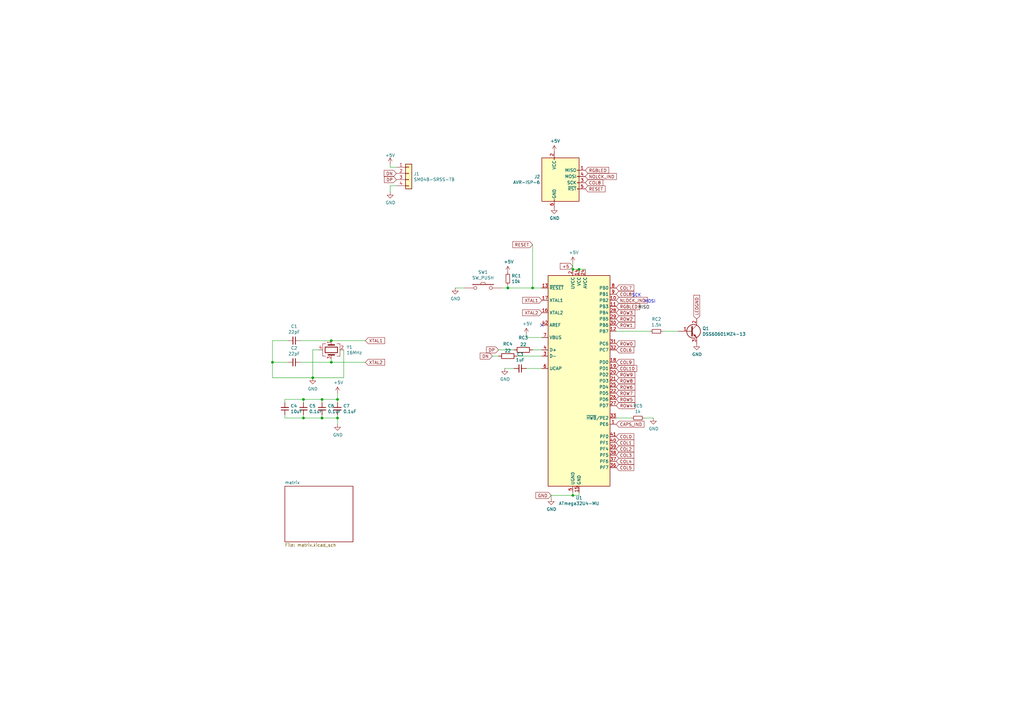
<source format=kicad_sch>
(kicad_sch (version 20211123) (generator eeschema)
  (paper "A3")
  (lib_symbols
    (symbol "Connector:AVR-ISP-6" (pin_names (offset 1.016))
      (property "Reference" "J" (at -6.35 11.43 0))
      (property "Value" "AVR-ISP-6" (at 0 11.43 0))
      (symbol "AVR-ISP-6_0_1"
        (rectangle (start -2.667 -6.858) (end -2.413 -7.62))
        (rectangle (start -2.667 10.16) (end -2.413 9.398))
        (rectangle (start 7.62 -2.413) (end 6.858 -2.667))
        (rectangle (start 7.62 0.127) (end 6.858 -0.127))
        (rectangle (start 7.62 2.667) (end 6.858 2.413))
        (rectangle (start 7.62 5.207) (end 6.858 4.953))
        (rectangle (start 7.62 10.16) (end -7.62 -7.62) (stroke (width 0.254)) (fill (type background)))
      )
      (symbol "AVR-ISP-6_1_1"
        (pin passive line (at 10.16 5.08 180) (length 2.54) (name "MISO") (number "1"))
        (pin passive line (at -2.54 12.7 270) (length 2.54) (name "VCC") (number "2"))
        (pin passive line (at 10.16 0 180) (length 2.54) (name "SCK") (number "3"))
        (pin passive line (at 10.16 2.54 180) (length 2.54) (name "MOSI") (number "4"))
        (pin passive line (at 10.16 -2.54 180) (length 2.54) (name "~{RST}") (number "5"))
        (pin passive line (at -2.54 -10.16 90) (length 2.54) (name "GND") (number "6"))
      )
    )
    (symbol "Connector_Generic:Conn_01x04" (pin_names (offset 1.016) hide)
      (property "Reference" "J" (at 0 5.08 0))
      (property "Value" "Conn_01x04" (at 0 -7.62 0))
      (symbol "Conn_01x04_1_1"
        (rectangle (start -1.27 -4.953) (end 0 -5.207) (stroke (width 0.1524)))
        (rectangle (start -1.27 -2.413) (end 0 -2.667) (stroke (width 0.1524)))
        (rectangle (start -1.27 0.127) (end 0 -0.127) (stroke (width 0.1524)))
        (rectangle (start -1.27 2.667) (end 0 2.413) (stroke (width 0.1524)))
        (rectangle (start -1.27 3.81) (end 1.27 -6.35) (stroke (width 0.254)) (fill (type background)))
        (pin passive line (at -5.08 2.54 0) (length 3.81) (name "Pin_1") (number "1"))
        (pin passive line (at -5.08 0 0) (length 3.81) (name "Pin_2") (number "2"))
        (pin passive line (at -5.08 -2.54 0) (length 3.81) (name "Pin_3") (number "3"))
        (pin passive line (at -5.08 -5.08 0) (length 3.81) (name "Pin_4") (number "4"))
      )
    )
    (symbol "Device:C_Small" (pin_numbers hide) (pin_names (offset 0.254) hide)
      (property "Reference" "C" (at 0.254 1.778 0))
      (property "Value" "C_Small" (at 0.254 -2.032 0))
      (symbol "C_Small_0_1"
        (polyline (pts (xy -1.524 -0.508) (xy 1.524 -0.508)) (stroke (width 0.3302)))
        (polyline (pts (xy -1.524 0.508) (xy 1.524 0.508)) (stroke (width 0.3048)))
      )
      (symbol "C_Small_1_1"
        (pin passive line (at 0 2.54 270) (length 2.032) (name "~") (number "1"))
        (pin passive line (at 0 -2.54 90) (length 2.032) (name "~") (number "2"))
      )
    )
    (symbol "Device:Crystal_GND24" (pin_names (offset 1.016) hide)
      (property "Reference" "Y" (at 3.175 5.08 0))
      (property "Value" "Crystal_GND24" (at 3.175 3.175 0))
      (symbol "Crystal_GND24_0_1"
        (rectangle (start -1.143 2.54) (end 1.143 -2.54) (stroke (width 0.3048)))
        (polyline (pts (xy -2.54 0) (xy -2.032 0)))
        (polyline (pts (xy -2.032 -1.27) (xy -2.032 1.27)) (stroke (width 0.508)))
        (polyline (pts (xy 0 -3.81) (xy 0 -3.556)))
        (polyline (pts (xy 0 3.556) (xy 0 3.81)))
        (polyline (pts (xy 2.032 -1.27) (xy 2.032 1.27)) (stroke (width 0.508)))
        (polyline (pts (xy 2.032 0) (xy 2.54 0)))
        (polyline (pts (xy -2.54 -2.286) (xy -2.54 -3.556) (xy 2.54 -3.556) (xy 2.54 -2.286)))
        (polyline (pts (xy -2.54 2.286) (xy -2.54 3.556) (xy 2.54 3.556) (xy 2.54 2.286)))
      )
      (symbol "Crystal_GND24_1_1"
        (pin passive line (at -3.81 0 0) (length 1.27) (name "1") (number "1"))
        (pin passive line (at 0 5.08 270) (length 1.27) (name "2") (number "2"))
        (pin passive line (at 3.81 0 180) (length 1.27) (name "3") (number "3"))
        (pin passive line (at 0 -5.08 90) (length 1.27) (name "4") (number "4"))
      )
    )
    (symbol "Device:Q_NPN_BCE" (pin_names (offset 0) hide)
      (property "Reference" "Q" (at 5.08 1.27 0))
      (property "Value" "Q_NPN_BCE" (at 5.08 -1.27 0))
      (symbol "Q_NPN_BCE_0_1"
        (polyline (pts (xy 0.635 0.635) (xy 2.54 2.54)))
        (polyline (pts (xy 0.635 -0.635) (xy 2.54 -2.54) (xy 2.54 -2.54)))
        (polyline (pts (xy 0.635 1.905) (xy 0.635 -1.905) (xy 0.635 -1.905)) (stroke (width 0.508)))
        (polyline (pts (xy 1.27 -1.778) (xy 1.778 -1.27) (xy 2.286 -2.286) (xy 1.27 -1.778) (xy 1.27 -1.778)) (fill (type outline)))
        (circle (center 1.27 0) (radius 2.8194) (stroke (width 0.254)))
      )
      (symbol "Q_NPN_BCE_1_1"
        (pin input line (at -5.08 0 0) (length 5.715) (name "B") (number "1"))
        (pin passive line (at 2.54 5.08 270) (length 2.54) (name "C") (number "2"))
        (pin passive line (at 2.54 -5.08 90) (length 2.54) (name "E") (number "3"))
      )
    )
    (symbol "Device:R" (pin_numbers hide) (pin_names (offset 0))
      (property "Reference" "R" (at 2.032 0 90))
      (property "Value" "R" (at 0 0 90))
      (symbol "R_0_1"
        (rectangle (start -1.016 -2.54) (end 1.016 2.54) (stroke (width 0.254)))
      )
      (symbol "R_1_1"
        (pin passive line (at 0 3.81 270) (length 1.27) (name "~") (number "1"))
        (pin passive line (at 0 -3.81 90) (length 1.27) (name "~") (number "2"))
      )
    )
    (symbol "Device:R_Small" (pin_numbers hide) (pin_names (offset 0.254) hide)
      (property "Reference" "R" (at 0.762 0.508 0))
      (property "Value" "R_Small" (at 0.762 -1.016 0))
      (symbol "R_Small_0_1"
        (rectangle (start -0.762 1.778) (end 0.762 -1.778) (stroke (width 0.2032)))
      )
      (symbol "R_Small_1_1"
        (pin passive line (at 0 2.54 270) (length 0.762) (name "~") (number "1"))
        (pin passive line (at 0 -2.54 90) (length 0.762) (name "~") (number "2"))
      )
    )
    (symbol "Keyboard_Parts:SW_PUSH" (pin_numbers hide) (pin_names (offset 1.016) hide)
      (property "Reference" "SW" (at 3.81 2.794 0))
      (property "Value" "Keyboard_Parts_SW_PUSH" (at 0 -2.032 0))
      (symbol "SW_PUSH_0_1"
        (rectangle (start -4.318 1.27) (end 4.318 1.524))
        (polyline (pts (xy -1.016 1.524) (xy -0.762 2.286) (xy 0.762 2.286) (xy 1.016 1.524)))
        (pin passive inverted (at -7.62 0 0) (length 5.08) (name "1") (number "1"))
        (pin passive inverted (at 7.62 0 180) (length 5.08) (name "2") (number "2"))
      )
    )
    (symbol "MCU_Microchip_ATmega:ATmega32U4-MU"
      (property "Reference" "U" (at -12.7 44.45 0))
      (property "Value" "MCU_Microchip_ATmega_ATmega32U4-MU" (at 2.54 -44.45 0))
      (symbol "ATmega32U4-MU_0_1"
        (rectangle (start -12.7 -43.18) (end 12.7 43.18) (stroke (width 0.254)) (fill (type background)))
      )
      (symbol "ATmega32U4-MU_1_1"
        (pin bidirectional line (at 15.24 -17.78 180) (length 2.54) (name "PE6") (number "1"))
        (pin bidirectional line (at 15.24 33.02 180) (length 2.54) (name "PB2") (number "10"))
        (pin bidirectional line (at 15.24 30.48 180) (length 2.54) (name "PB3") (number "11"))
        (pin bidirectional line (at 15.24 20.32 180) (length 2.54) (name "PB7") (number "12"))
        (pin input line (at -15.24 38.1 0) (length 2.54) (name "~{RESET}") (number "13"))
        (pin power_in line (at 0 45.72 270) (length 2.54) (name "VCC") (number "14"))
        (pin power_in line (at 0 -45.72 90) (length 2.54) (name "GND") (number "15"))
        (pin output line (at -15.24 27.94 0) (length 2.54) (name "XTAL2") (number "16"))
        (pin input line (at -15.24 33.02 0) (length 2.54) (name "XTAL1") (number "17"))
        (pin bidirectional line (at 15.24 7.62 180) (length 2.54) (name "PD0") (number "18"))
        (pin bidirectional line (at 15.24 5.08 180) (length 2.54) (name "PD1") (number "19"))
        (pin power_in line (at -2.54 45.72 270) (length 2.54) (name "UVCC") (number "2"))
        (pin bidirectional line (at 15.24 2.54 180) (length 2.54) (name "PD2") (number "20"))
        (pin bidirectional line (at 15.24 0 180) (length 2.54) (name "PD3") (number "21"))
        (pin bidirectional line (at 15.24 -5.08 180) (length 2.54) (name "PD5") (number "22"))
        (pin passive line (at 0 -45.72 90) (length 2.54) hide (name "GND") (number "23"))
        (pin power_in line (at 2.54 45.72 270) (length 2.54) (name "AVCC") (number "24"))
        (pin bidirectional line (at 15.24 -2.54 180) (length 2.54) (name "PD4") (number "25"))
        (pin bidirectional line (at 15.24 -7.62 180) (length 2.54) (name "PD6") (number "26"))
        (pin bidirectional line (at 15.24 -10.16 180) (length 2.54) (name "PD7") (number "27"))
        (pin bidirectional line (at 15.24 27.94 180) (length 2.54) (name "PB4") (number "28"))
        (pin bidirectional line (at 15.24 25.4 180) (length 2.54) (name "PB5") (number "29"))
        (pin bidirectional line (at -15.24 10.16 0) (length 2.54) (name "D-") (number "3"))
        (pin bidirectional line (at 15.24 22.86 180) (length 2.54) (name "PB6") (number "30"))
        (pin bidirectional line (at 15.24 15.24 180) (length 2.54) (name "PC6") (number "31"))
        (pin bidirectional line (at 15.24 12.7 180) (length 2.54) (name "PC7") (number "32"))
        (pin bidirectional line (at 15.24 -15.24 180) (length 2.54) (name "~{HWB}/PE2") (number "33"))
        (pin passive line (at 0 45.72 270) (length 2.54) hide (name "VCC") (number "34"))
        (pin passive line (at 0 -45.72 90) (length 2.54) hide (name "GND") (number "35"))
        (pin bidirectional line (at 15.24 -35.56 180) (length 2.54) (name "PF7") (number "36"))
        (pin bidirectional line (at 15.24 -33.02 180) (length 2.54) (name "PF6") (number "37"))
        (pin bidirectional line (at 15.24 -30.48 180) (length 2.54) (name "PF5") (number "38"))
        (pin bidirectional line (at 15.24 -27.94 180) (length 2.54) (name "PF4") (number "39"))
        (pin bidirectional line (at -15.24 12.7 0) (length 2.54) (name "D+") (number "4"))
        (pin bidirectional line (at 15.24 -25.4 180) (length 2.54) (name "PF1") (number "40"))
        (pin bidirectional line (at 15.24 -22.86 180) (length 2.54) (name "PF0") (number "41"))
        (pin passive line (at -15.24 22.86 0) (length 2.54) (name "AREF") (number "42"))
        (pin passive line (at 0 -45.72 90) (length 2.54) hide (name "GND") (number "43"))
        (pin passive line (at 2.54 45.72 270) (length 2.54) hide (name "AVCC") (number "44"))
        (pin passive line (at 0 -45.72 90) (length 2.54) hide (name "GND") (number "45"))
        (pin passive line (at -2.54 -45.72 90) (length 2.54) (name "UGND") (number "5"))
        (pin passive line (at -15.24 5.08 0) (length 2.54) (name "UCAP") (number "6"))
        (pin input line (at -15.24 17.78 0) (length 2.54) (name "VBUS") (number "7"))
        (pin bidirectional line (at 15.24 38.1 180) (length 2.54) (name "PB0") (number "8"))
        (pin bidirectional line (at 15.24 35.56 180) (length 2.54) (name "PB1") (number "9"))
      )
    )
    (symbol "power:+5V" (power) (pin_names (offset 0))
      (property "Value" "+5V" (at 0 3.556 0))
      (symbol "+5V_0_1"
        (polyline (pts (xy -0.762 1.27) (xy 0 2.54)))
        (polyline (pts (xy 0 0) (xy 0 2.54)))
        (polyline (pts (xy 0 2.54) (xy 0.762 1.27)))
      )
      (symbol "+5V_1_1"
        (pin power_in line (at 0 0 90) (length 0) hide (name "+5V") (number "1"))
      )
    )
    (symbol "power:GND" (power) (pin_names (offset 0))
      (property "Value" "GND" (at 0 -3.81 0))
      (symbol "GND_0_1"
        (polyline (pts (xy 0 0) (xy 0 -1.27) (xy 1.27 -1.27) (xy 0 -2.54) (xy -1.27 -1.27) (xy 0 -1.27)))
      )
      (symbol "GND_1_1"
        (pin power_in line (at 0 0 270) (length 0) hide (name "GND") (number "1"))
      )
    )
  )
  (junction (at 234.95 110.49))
  (junction (at 132.08 171.45))
  (junction (at 218.44 118.11))
  (junction (at 138.43 163.83))
  (junction (at 132.08 163.83))
  (junction (at 237.49 110.49))
  (junction (at 111.76 148.59))
  (junction (at 128.27 154.94))
  (junction (at 208.28 118.11))
  (junction (at 234.95 203.2))
  (junction (at 124.46 171.45))
  (junction (at 135.89 148.59))
  (junction (at 135.89 139.7))
  (junction (at 124.46 163.83))
  (junction (at 138.43 171.45))
  (no_connect (at 222.25 133.35))
  (wire (pts (xy 160.02 68.58) (xy 160.02 67.31)))
  (wire (pts (xy 135.89 148.59) (xy 149.86 148.59)))
  (wire (pts (xy 138.43 165.1) (xy 138.43 163.83)))
  (wire (pts (xy 130.81 143.51) (xy 128.27 143.51)))
  (wire (pts (xy 135.89 148.59) (xy 123.19 148.59)))
  (wire (pts (xy 124.46 170.18) (xy 124.46 171.45)))
  (wire (pts (xy 218.44 100.33) (xy 218.44 118.11)))
  (wire (pts (xy 132.08 165.1) (xy 132.08 163.83)))
  (wire (pts (xy 128.27 154.94) (xy 140.97 154.94)))
  (wire (pts (xy 234.95 201.93) (xy 234.95 203.2)))
  (wire (pts (xy 264.16 171.45) (xy 267.97 171.45)))
  (wire (pts (xy 222.25 151.13) (xy 215.9 151.13)))
  (wire (pts (xy 138.43 171.45) (xy 138.43 170.18)))
  (wire (pts (xy 124.46 171.45) (xy 132.08 171.45)))
  (wire (pts (xy 218.44 143.51) (xy 222.25 143.51)))
  (wire (pts (xy 118.11 148.59) (xy 111.76 148.59)))
  (wire (pts (xy 190.5 118.11) (xy 186.69 118.11)))
  (wire (pts (xy 208.28 116.84) (xy 208.28 118.11)))
  (wire (pts (xy 135.89 147.32) (xy 135.89 148.59)))
  (wire (pts (xy 204.47 143.51) (xy 210.82 143.51)))
  (wire (pts (xy 138.43 163.83) (xy 132.08 163.83)))
  (wire (pts (xy 135.89 139.7) (xy 123.19 139.7)))
  (wire (pts (xy 124.46 163.83) (xy 116.84 163.83)))
  (wire (pts (xy 212.09 146.05) (xy 222.25 146.05)))
  (wire (pts (xy 140.97 154.94) (xy 140.97 143.51)))
  (wire (pts (xy 252.73 171.45) (xy 259.08 171.45)))
  (wire (pts (xy 208.28 118.11) (xy 205.74 118.11)))
  (wire (pts (xy 111.76 148.59) (xy 111.76 154.94)))
  (wire (pts (xy 138.43 173.99) (xy 138.43 171.45)))
  (wire (pts (xy 160.02 76.2) (xy 160.02 78.74)))
  (wire (pts (xy 162.56 68.58) (xy 160.02 68.58)))
  (wire (pts (xy 218.44 118.11) (xy 208.28 118.11)))
  (wire (pts (xy 271.78 135.89) (xy 278.13 135.89)))
  (wire (pts (xy 234.95 107.95) (xy 234.95 110.49)))
  (wire (pts (xy 138.43 161.29) (xy 138.43 163.83)))
  (wire (pts (xy 116.84 170.18) (xy 116.84 171.45)))
  (wire (pts (xy 201.93 146.05) (xy 204.47 146.05)))
  (wire (pts (xy 132.08 171.45) (xy 138.43 171.45)))
  (wire (pts (xy 237.49 203.2) (xy 234.95 203.2)))
  (wire (pts (xy 237.49 201.93) (xy 237.49 203.2)))
  (wire (pts (xy 118.11 139.7) (xy 111.76 139.7)))
  (wire (pts (xy 162.56 76.2) (xy 160.02 76.2)))
  (wire (pts (xy 222.25 118.11) (xy 218.44 118.11)))
  (wire (pts (xy 135.89 139.7) (xy 149.86 139.7)))
  (wire (pts (xy 124.46 165.1) (xy 124.46 163.83)))
  (wire (pts (xy 240.03 110.49) (xy 237.49 110.49)))
  (wire (pts (xy 111.76 154.94) (xy 128.27 154.94)))
  (wire (pts (xy 252.73 135.89) (xy 266.7 135.89)))
  (wire (pts (xy 222.25 138.43) (xy 215.9 138.43)))
  (wire (pts (xy 116.84 171.45) (xy 124.46 171.45)))
  (wire (pts (xy 210.82 151.13) (xy 207.01 151.13)))
  (wire (pts (xy 132.08 170.18) (xy 132.08 171.45)))
  (wire (pts (xy 215.9 138.43) (xy 215.9 137.16)))
  (wire (pts (xy 111.76 139.7) (xy 111.76 148.59)))
  (wire (pts (xy 234.95 203.2) (xy 226.06 203.2)))
  (wire (pts (xy 128.27 143.51) (xy 128.27 154.94)))
  (wire (pts (xy 116.84 163.83) (xy 116.84 165.1)))
  (wire (pts (xy 132.08 163.83) (xy 124.46 163.83)))
  (wire (pts (xy 226.06 203.2) (xy 226.06 204.47)))
  (wire (pts (xy 237.49 110.49) (xy 234.95 110.49)))
  (text "MOSI" (at 264.16 124.46 0) (effects (font (size 1.27 1.27)) (justify left bottom)))
  (text "SCK" (at 259.08 121.92 0) (effects (font (size 1.27 1.27)) (justify left bottom)))
  (label "MISO" (at 261.62 127 0))
  (global_label "DN" (shape input) (at 201.93 146.05 180) (property "Intersheet References" "${INTERSHEET_REFS}" (effects hide)))
  (global_label "COL10" (shape input) (at 252.73 151.13 0) (property "Intersheet References" "${INTERSHEET_REFS}" (effects hide)))
  (global_label "ROW6" (shape input) (at 252.73 158.75 0) (property "Intersheet References" "${INTERSHEET_REFS}" (effects hide)))
  (global_label "XTAL2" (shape input) (at 222.25 128.27 180) (property "Intersheet References" "${INTERSHEET_REFS}" (effects hide)))
  (global_label "COL4" (shape input) (at 252.73 189.23 0) (property "Intersheet References" "${INTERSHEET_REFS}" (effects hide)))
  (global_label "ROW0" (shape input) (at 252.73 140.97 0) (property "Intersheet References" "${INTERSHEET_REFS}" (effects hide)))
  (global_label "RGBLED" (shape input) (at 240.03 69.85 0) (property "Intersheet References" "${INTERSHEET_REFS}" (effects hide)))
  (global_label "NOLCK_IND" (shape input) (at 240.03 72.39 0) (property "Intersheet References" "${INTERSHEET_REFS}" (effects hide)))
  (global_label "ROW8" (shape input) (at 252.73 156.21 0) (property "Intersheet References" "${INTERSHEET_REFS}" (effects hide)))
  (global_label "CAPS_IND" (shape input) (at 252.73 173.99 0) (property "Intersheet References" "${INTERSHEET_REFS}" (effects hide)))
  (global_label "LEDGND" (shape input) (at 285.75 130.81 90) (property "Intersheet References" "${INTERSHEET_REFS}" (effects hide)))
  (global_label "ROW1" (shape input) (at 252.73 133.35 0) (property "Intersheet References" "${INTERSHEET_REFS}" (effects hide)))
  (global_label "XTAL2" (shape input) (at 149.86 148.59 0) (property "Intersheet References" "${INTERSHEET_REFS}" (effects hide)))
  (global_label "ROW2" (shape input) (at 252.73 130.81 0) (property "Intersheet References" "${INTERSHEET_REFS}" (effects hide)))
  (global_label "+5" (shape input) (at 234.95 109.22 180) (property "Intersheet References" "${INTERSHEET_REFS}" (effects hide)))
  (global_label "ROW7" (shape input) (at 252.73 161.29 0) (property "Intersheet References" "${INTERSHEET_REFS}" (effects hide)))
  (global_label "COL2" (shape input) (at 252.73 184.15 0) (property "Intersheet References" "${INTERSHEET_REFS}" (effects hide)))
  (global_label "XTAL1" (shape input) (at 149.86 139.7 0) (property "Intersheet References" "${INTERSHEET_REFS}" (effects hide)))
  (global_label "XTAL1" (shape input) (at 222.25 123.19 180) (property "Intersheet References" "${INTERSHEET_REFS}" (effects hide)))
  (global_label "COL8" (shape input) (at 252.73 120.65 0) (property "Intersheet References" "${INTERSHEET_REFS}" (effects hide)))
  (global_label "RGBLED" (shape input) (at 252.73 125.73 0) (property "Intersheet References" "${INTERSHEET_REFS}" (effects hide)))
  (global_label "COL8" (shape input) (at 240.03 74.93 0) (property "Intersheet References" "${INTERSHEET_REFS}" (effects hide)))
  (global_label "DN" (shape input) (at 162.56 71.12 180) (property "Intersheet References" "${INTERSHEET_REFS}" (effects hide)))
  (global_label "COL6" (shape input) (at 252.73 143.51 0) (property "Intersheet References" "${INTERSHEET_REFS}" (effects hide)))
  (global_label "COL1" (shape input) (at 252.73 181.61 0) (property "Intersheet References" "${INTERSHEET_REFS}" (effects hide)))
  (global_label "ROW9" (shape input) (at 252.73 153.67 0) (property "Intersheet References" "${INTERSHEET_REFS}" (effects hide)))
  (global_label "DP" (shape input) (at 162.56 73.66 180) (property "Intersheet References" "${INTERSHEET_REFS}" (effects hide)))
  (global_label "ROW3" (shape input) (at 252.73 128.27 0) (property "Intersheet References" "${INTERSHEET_REFS}" (effects hide)))
  (global_label "COL3" (shape input) (at 252.73 186.69 0) (property "Intersheet References" "${INTERSHEET_REFS}" (effects hide)))
  (global_label "ROW5" (shape input) (at 252.73 163.83 0) (property "Intersheet References" "${INTERSHEET_REFS}" (effects hide)))
  (global_label "DP" (shape input) (at 204.47 143.51 180) (property "Intersheet References" "${INTERSHEET_REFS}" (effects hide)))
  (global_label "NLOCK_IND" (shape input) (at 252.73 123.19 0) (property "Intersheet References" "${INTERSHEET_REFS}" (effects hide)))
  (global_label "RESET" (shape input) (at 218.44 100.33 180) (property "Intersheet References" "${INTERSHEET_REFS}" (effects hide)))
  (global_label "GND" (shape input) (at 226.06 203.2 180) (property "Intersheet References" "${INTERSHEET_REFS}" (effects hide)))
  (global_label "RESET" (shape input) (at 240.03 77.47 0) (property "Intersheet References" "${INTERSHEET_REFS}" (effects hide)))
  (global_label "COL5" (shape input) (at 252.73 191.77 0) (property "Intersheet References" "${INTERSHEET_REFS}" (effects hide)))
  (global_label "COL9" (shape input) (at 252.73 148.59 0) (property "Intersheet References" "${INTERSHEET_REFS}" (effects hide)))
  (global_label "COL7" (shape input) (at 252.73 118.11 0) (property "Intersheet References" "${INTERSHEET_REFS}" (effects hide)))
  (global_label "COL0" (shape input) (at 252.73 179.07 0) (property "Intersheet References" "${INTERSHEET_REFS}" (effects hide)))
  (global_label "ROW4" (shape input) (at 252.73 166.37 0) (property "Intersheet References" "${INTERSHEET_REFS}" (effects hide)))
  (symbol (lib_id "Device:R_Small") (at 208.28 114.3 0) (unit 1)
    (property "Reference" "RC1" (at 209.7786 113.1316 0) (effects (justify left)))
    (property "Value" "10k" (at 209.7786 115.443 0) (effects (justify left)))
    (property "Footprint" "Resistor_SMD:R_0603_1608Metric" (effects hide))
  )
  (symbol (lib_id "Device:C_Small") (at 132.08 167.64 0) (unit 1)
    (property "Reference" "C6" (at 134.4168 166.4716 0) (effects (justify left)))
    (property "Value" "0.1uF" (at 134.4168 168.783 0) (effects (justify left)))
    (property "Footprint" "Capacitor_SMD:C_0603_1608Metric" (effects hide))
  )
  (symbol (lib_id "power:GND") (at 128.27 154.94 0) (unit 1)
    (property "Reference" "#PWR011" (effects hide))
    (property "Value" "GND" (at 128.27 159.5025 0))
  )
  (symbol (lib_id "power:+5V") (at 227.33 62.23 0) (unit 1)
    (property "Reference" "#PWR01" (effects hide))
    (property "Value" "+5V" (at 227.711 57.8358 0))
  )
  (symbol (lib_id "Device:R") (at 208.28 146.05 90) (unit 1)
    (property "Reference" "RC4" (at 208.28 141.0675 90))
    (property "Value" "22" (at 208.28 143.8426 90))
    (property "Footprint" "Resistor_SMD:R_0603_1608Metric" (effects hide))
  )
  (symbol (lib_id "power:GND") (at 207.01 151.13 0) (unit 1)
    (property "Reference" "#PWR010" (effects hide))
    (property "Value" "GND" (at 207.137 155.5242 0))
  )
  (symbol (lib_id "Device:Q_NPN_BCE") (at 283.21 135.89 0) (unit 1)
    (property "Reference" "Q1" (at 288.0614 134.7216 0) (effects (justify left)))
    (property "Value" "DSS60601MZ4-13" (at 288.0614 137.033 0) (effects (justify left)))
    (property "Footprint" "Package_TO_SOT_SMD:SOT-223-3_TabPin2" (effects hide))
  )
  (symbol (lib_id "power:GND") (at 285.75 140.97 0) (unit 1)
    (property "Reference" "#PWR09" (effects hide))
    (property "Value" "GND" (at 285.877 145.3642 0))
  )
  (symbol (lib_id "power:GND") (at 267.97 171.45 0) (unit 1)
    (property "Reference" "#PWR013" (effects hide))
    (property "Value" "GND" (at 268.097 175.8442 0))
  )
  (symbol (lib_id "Device:C_Small") (at 120.65 148.59 270) (unit 1)
    (property "Reference" "C2" (at 120.65 142.7734 90))
    (property "Value" "22pF" (at 120.65 145.0848 90))
    (property "Footprint" "Capacitor_SMD:C_0603_1608Metric" (effects hide))
  )
  (symbol (lib_id "power:+5V") (at 160.02 67.31 0) (unit 1)
    (property "Reference" "#PWR02" (effects hide))
    (property "Value" "+5V" (at 160.02 63.7055 0))
  )
  (symbol (lib_id "Device:C_Small") (at 116.84 167.64 180) (unit 1)
    (property "Reference" "C4" (at 119.1768 166.4716 0) (effects (justify right)))
    (property "Value" "10uF" (at 119.1768 168.783 0) (effects (justify right)))
    (property "Footprint" "Capacitor_SMD:C_0603_1608Metric" (effects hide))
  )
  (symbol (lib_id "Device:R") (at 214.63 143.51 90) (unit 1)
    (property "Reference" "RC3" (at 214.63 138.5275 90))
    (property "Value" "22" (at 214.63 141.3026 90))
    (property "Footprint" "Resistor_SMD:R_0603_1608Metric" (effects hide))
  )
  (symbol (lib_id "Keyboard_Parts:SW_PUSH") (at 198.12 118.11 0) (unit 1)
    (property "Reference" "SW1" (at 198.12 111.633 0))
    (property "Value" "SW_PUSH" (at 198.12 113.9444 0))
    (property "Footprint" "random-keyboard-parts:SKQG-1155865" (effects hide))
  )
  (symbol (lib_id "Device:Crystal_GND24") (at 135.89 143.51 270) (unit 1)
    (property "Reference" "Y1" (at 142.0876 142.3416 90) (effects (justify left)))
    (property "Value" "16MHz" (at 142.0876 144.653 90) (effects (justify left)))
    (property "Footprint" "Crystal:Crystal_SMD_3225-4Pin_3.2x2.5mm" (effects hide))
  )
  (symbol (lib_id "power:+5V") (at 215.9 137.16 0) (unit 1)
    (property "Reference" "#PWR08" (effects hide))
    (property "Value" "+5V" (at 216.281 132.7658 0))
  )
  (symbol (lib_id "power:+5V") (at 234.95 107.95 0) (unit 1)
    (property "Reference" "#PWR05" (effects hide))
    (property "Value" "+5V" (at 235.331 103.5558 0))
  )
  (symbol (lib_id "power:GND") (at 160.02 78.74 0) (unit 1)
    (property "Reference" "#PWR03" (effects hide))
    (property "Value" "GND" (at 160.147 83.1342 0))
  )
  (symbol (lib_id "Device:R_Small") (at 261.62 171.45 270) (unit 1)
    (property "Reference" "RC5" (at 261.62 166.4716 90))
    (property "Value" "1k" (at 261.62 168.783 90))
    (property "Footprint" "Resistor_SMD:R_0603_1608Metric" (effects hide))
  )
  (symbol (lib_id "Connector:AVR-ISP-6") (at 229.87 74.93 0) (unit 1)
    (property "Reference" "J2" (at 221.5134 72.4916 0) (effects (justify right)))
    (property "Value" "AVR-ISP-6" (at 221.5134 74.803 0) (effects (justify right)))
    (property "Footprint" "random-keyboard-parts:Reset_Pretty-Mask" (effects hide))
    (property "Datasheet" " ~" (effects hide))
  )
  (symbol (lib_id "power:GND") (at 227.33 85.09 0) (unit 1)
    (property "Reference" "#PWR04" (effects hide))
    (property "Value" "GND" (at 227.457 89.4842 0))
  )
  (symbol (lib_id "Device:C_Small") (at 124.46 167.64 0) (unit 1)
    (property "Reference" "C5" (at 126.7968 166.4716 0) (effects (justify left)))
    (property "Value" "0.1uF" (at 126.7968 168.783 0) (effects (justify left)))
    (property "Footprint" "Capacitor_SMD:C_0603_1608Metric" (effects hide))
  )
  (symbol (lib_id "power:GND") (at 186.69 118.11 0) (unit 1)
    (property "Reference" "#PWR07" (effects hide))
    (property "Value" "GND" (at 186.817 122.5042 0))
  )
  (symbol (lib_id "Device:C_Small") (at 213.36 151.13 270) (unit 1)
    (property "Reference" "C3" (at 213.36 145.3134 90))
    (property "Value" "1uF" (at 213.36 147.6248 90))
    (property "Footprint" "Capacitor_SMD:C_0603_1608Metric" (effects hide))
  )
  (symbol (lib_id "power:+5V") (at 138.43 161.29 0) (unit 1)
    (property "Reference" "#PWR012" (effects hide))
    (property "Value" "+5V" (at 138.811 156.8958 0))
  )
  (symbol (lib_id "power:GND") (at 226.06 204.47 0) (unit 1)
    (property "Reference" "#PWR015" (effects hide))
    (property "Value" "GND" (at 226.187 208.8642 0))
  )
  (symbol (lib_id "power:+5V") (at 208.28 111.76 0) (unit 1)
    (property "Reference" "#PWR06" (effects hide))
    (property "Value" "+5V" (at 208.661 107.3658 0))
  )
  (symbol (lib_id "Connector_Generic:Conn_01x04") (at 167.64 71.12 0) (unit 1)
    (property "Reference" "J1" (at 169.672 71.3232 0) (effects (justify left)))
    (property "Value" "SM04B-SRSS-TB" (at 169.672 73.6346 0) (effects (justify left)))
    (property "Footprint" "random-keyboard-parts:JST-SR-4" (effects hide))
  )
  (symbol (lib_id "power:GND") (at 138.43 173.99 0) (unit 1)
    (property "Reference" "#PWR014" (effects hide))
    (property "Value" "GND" (at 138.557 178.3842 0))
  )
  (symbol (lib_id "Device:C_Small") (at 138.43 167.64 0) (unit 1)
    (property "Reference" "C7" (at 140.7668 166.4716 0) (effects (justify left)))
    (property "Value" "0.1uF" (at 140.7668 168.783 0) (effects (justify left)))
    (property "Footprint" "Capacitor_SMD:C_0603_1608Metric" (effects hide))
  )
  (symbol (lib_id "Device:R_Small") (at 269.24 135.89 270) (unit 1)
    (property "Reference" "RC2" (at 269.24 130.9116 90))
    (property "Value" "1.5k" (at 269.24 133.223 90))
    (property "Footprint" "Resistor_SMD:R_0603_1608Metric" (effects hide))
  )
  (symbol (lib_id "Device:C_Small") (at 120.65 139.7 270) (unit 1)
    (property "Reference" "C1" (at 120.65 133.8834 90))
    (property "Value" "22pF" (at 120.65 136.1948 90))
    (property "Footprint" "Capacitor_SMD:C_0603_1608Metric" (effects hide))
  )
  (symbol (lib_id "MCU_Microchip_ATmega:ATmega32U4-MU") (at 237.49 156.21 0) (unit 1)
    (property "Reference" "U1" (at 237.49 204.1906 0))
    (property "Value" "ATmega32U4-MU" (at 237.49 206.502 0))
    (property "Footprint" "Package_DFN_QFN:QFN-44-1EP_7x7mm_P0.5mm_EP5.2x5.2mm" (effects hide))
    (property "Datasheet" "http://ww1.microchip.com/downloads/en/DeviceDoc/Atmel-7766-8-bit-AVR-ATmega16U4-32U4_Datasheet.pdf" (effects hide))
  )
  (sheet (at 116.84 199.39) (size 27.94 22.86)
    (property "Sheet name" "matrix" (at 116.84 198.6784 0) (effects (justify left bottom)))
    (property "Sheet file" "matrix.kicad_sch" (at 116.84 222.8346 0) (effects (justify left top)))
  )
)
</source>
